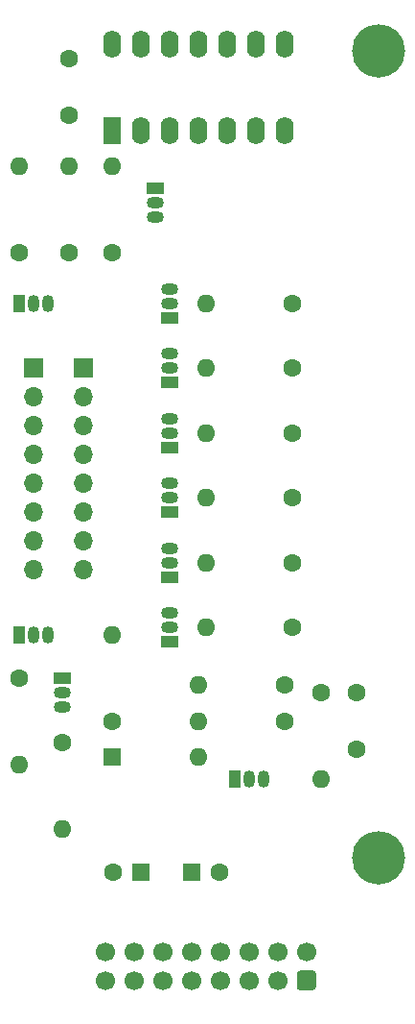
<source format=gbr>
G04 #@! TF.GenerationSoftware,KiCad,Pcbnew,(5.1.9)-1*
G04 #@! TF.CreationDate,2021-04-27T02:13:11+02:00*
G04 #@! TF.ProjectId,Clock Divider Main,436c6f63-6b20-4446-9976-69646572204d,rev?*
G04 #@! TF.SameCoordinates,Original*
G04 #@! TF.FileFunction,Soldermask,Bot*
G04 #@! TF.FilePolarity,Negative*
%FSLAX46Y46*%
G04 Gerber Fmt 4.6, Leading zero omitted, Abs format (unit mm)*
G04 Created by KiCad (PCBNEW (5.1.9)-1) date 2021-04-27 02:13:11*
%MOMM*%
%LPD*%
G01*
G04 APERTURE LIST*
%ADD10O,1.700000X1.700000*%
%ADD11R,1.700000X1.700000*%
%ADD12C,4.700000*%
%ADD13O,1.600000X1.600000*%
%ADD14C,1.600000*%
%ADD15R,1.500000X1.050000*%
%ADD16O,1.500000X1.050000*%
%ADD17C,1.700000*%
%ADD18O,1.600000X2.400000*%
%ADD19R,1.600000X2.400000*%
%ADD20R,1.050000X1.500000*%
%ADD21O,1.050000X1.500000*%
%ADD22R,1.600000X1.600000*%
G04 APERTURE END LIST*
D10*
G04 #@! TO.C,J2*
X8255000Y-60960000D03*
X8255000Y-58420000D03*
X8255000Y-55880000D03*
X8255000Y-53340000D03*
X8255000Y-50800000D03*
X8255000Y-48260000D03*
X8255000Y-45720000D03*
D11*
X8255000Y-43180000D03*
G04 #@! TD*
D10*
G04 #@! TO.C,J1*
X3810000Y-60960000D03*
X3810000Y-58420000D03*
X3810000Y-55880000D03*
X3810000Y-53340000D03*
X3810000Y-50800000D03*
X3810000Y-48260000D03*
X3810000Y-45720000D03*
D11*
X3810000Y-43180000D03*
G04 #@! TD*
D12*
G04 #@! TO.C,H2*
X34290000Y-86360000D03*
G04 #@! TD*
G04 #@! TO.C,H1*
X34290000Y-15240000D03*
G04 #@! TD*
D13*
G04 #@! TO.C,R27*
X19050000Y-37465000D03*
D14*
X26670000Y-37465000D03*
G04 #@! TD*
D15*
G04 #@! TO.C,Q11*
X15875000Y-38735000D03*
D16*
X15875000Y-36195000D03*
X15875000Y-37465000D03*
G04 #@! TD*
D17*
G04 #@! TO.C,J3*
X10160000Y-94615000D03*
X12700000Y-94615000D03*
X15240000Y-94615000D03*
X17780000Y-94615000D03*
X20320000Y-94615000D03*
X22860000Y-94615000D03*
X25400000Y-94615000D03*
X27940000Y-94615000D03*
X10160000Y-97155000D03*
X12700000Y-97155000D03*
X15240000Y-97155000D03*
X17780000Y-97155000D03*
X20320000Y-97155000D03*
X22860000Y-97155000D03*
X25400000Y-97155000D03*
G36*
G01*
X28540000Y-98005000D02*
X27340000Y-98005000D01*
G75*
G02*
X27090000Y-97755000I0J250000D01*
G01*
X27090000Y-96555000D01*
G75*
G02*
X27340000Y-96305000I250000J0D01*
G01*
X28540000Y-96305000D01*
G75*
G02*
X28790000Y-96555000I0J-250000D01*
G01*
X28790000Y-97755000D01*
G75*
G02*
X28540000Y-98005000I-250000J0D01*
G01*
G37*
G04 #@! TD*
D18*
G04 #@! TO.C,U1*
X10795000Y-14605000D03*
X26035000Y-22225000D03*
X13335000Y-14605000D03*
X23495000Y-22225000D03*
X15875000Y-14605000D03*
X20955000Y-22225000D03*
X18415000Y-14605000D03*
X18415000Y-22225000D03*
X20955000Y-14605000D03*
X15875000Y-22225000D03*
X23495000Y-14605000D03*
X13335000Y-22225000D03*
X26035000Y-14605000D03*
D19*
X10795000Y-22225000D03*
G04 #@! TD*
D13*
G04 #@! TO.C,R16*
X19050000Y-66040000D03*
D14*
X26670000Y-66040000D03*
G04 #@! TD*
D13*
G04 #@! TO.C,R15*
X19050000Y-60325000D03*
D14*
X26670000Y-60325000D03*
G04 #@! TD*
D13*
G04 #@! TO.C,R14*
X19050000Y-54610000D03*
D14*
X26670000Y-54610000D03*
G04 #@! TD*
D13*
G04 #@! TO.C,R13*
X19050000Y-48895000D03*
D14*
X26670000Y-48895000D03*
G04 #@! TD*
D13*
G04 #@! TO.C,R12*
X19050000Y-43180000D03*
D14*
X26670000Y-43180000D03*
G04 #@! TD*
D13*
G04 #@! TO.C,R11*
X6985000Y-25400000D03*
D14*
X6985000Y-33020000D03*
G04 #@! TD*
D13*
G04 #@! TO.C,R10*
X10795000Y-25400000D03*
D14*
X10795000Y-33020000D03*
G04 #@! TD*
D13*
G04 #@! TO.C,R9*
X6350000Y-83820000D03*
D14*
X6350000Y-76200000D03*
G04 #@! TD*
D13*
G04 #@! TO.C,R8*
X10795000Y-66675000D03*
D14*
X10795000Y-74295000D03*
G04 #@! TD*
D13*
G04 #@! TO.C,R7*
X2540000Y-78105000D03*
D14*
X2540000Y-70485000D03*
G04 #@! TD*
D13*
G04 #@! TO.C,R6*
X2540000Y-25400000D03*
D14*
X2540000Y-33020000D03*
G04 #@! TD*
D13*
G04 #@! TO.C,R5*
X18415000Y-74295000D03*
D14*
X26035000Y-74295000D03*
G04 #@! TD*
D13*
G04 #@! TO.C,R2*
X29210000Y-79375000D03*
D14*
X29210000Y-71755000D03*
G04 #@! TD*
D13*
G04 #@! TO.C,R1*
X18415000Y-71120000D03*
D14*
X26035000Y-71120000D03*
G04 #@! TD*
D15*
G04 #@! TO.C,Q10*
X15875000Y-67310000D03*
D16*
X15875000Y-64770000D03*
X15875000Y-66040000D03*
G04 #@! TD*
D15*
G04 #@! TO.C,Q9*
X15875000Y-61595000D03*
D16*
X15875000Y-59055000D03*
X15875000Y-60325000D03*
G04 #@! TD*
D15*
G04 #@! TO.C,Q8*
X15875000Y-55880000D03*
D16*
X15875000Y-53340000D03*
X15875000Y-54610000D03*
G04 #@! TD*
D15*
G04 #@! TO.C,Q7*
X15875000Y-50165000D03*
D16*
X15875000Y-47625000D03*
X15875000Y-48895000D03*
G04 #@! TD*
D15*
G04 #@! TO.C,Q6*
X15875000Y-44450000D03*
D16*
X15875000Y-41910000D03*
X15875000Y-43180000D03*
G04 #@! TD*
D15*
G04 #@! TO.C,Q5*
X14605000Y-27305000D03*
D16*
X14605000Y-29845000D03*
X14605000Y-28575000D03*
G04 #@! TD*
D15*
G04 #@! TO.C,Q4*
X6350000Y-70485000D03*
D16*
X6350000Y-73025000D03*
X6350000Y-71755000D03*
G04 #@! TD*
D20*
G04 #@! TO.C,Q3*
X2540000Y-66675000D03*
D21*
X5080000Y-66675000D03*
X3810000Y-66675000D03*
G04 #@! TD*
D20*
G04 #@! TO.C,Q2*
X2540000Y-37465000D03*
D21*
X5080000Y-37465000D03*
X3810000Y-37465000D03*
G04 #@! TD*
D20*
G04 #@! TO.C,Q1*
X21590000Y-79375000D03*
D21*
X24130000Y-79375000D03*
X22860000Y-79375000D03*
G04 #@! TD*
D13*
G04 #@! TO.C,D3*
X18415000Y-77470000D03*
D22*
X10795000Y-77470000D03*
G04 #@! TD*
D14*
G04 #@! TO.C,C5*
X10835000Y-87630000D03*
D22*
X13335000Y-87630000D03*
G04 #@! TD*
D14*
G04 #@! TO.C,C3*
X20280000Y-87630000D03*
D22*
X17780000Y-87630000D03*
G04 #@! TD*
D14*
G04 #@! TO.C,C2*
X6985000Y-20875000D03*
X6985000Y-15875000D03*
G04 #@! TD*
G04 #@! TO.C,C1*
X32385000Y-76755000D03*
X32385000Y-71755000D03*
G04 #@! TD*
M02*

</source>
